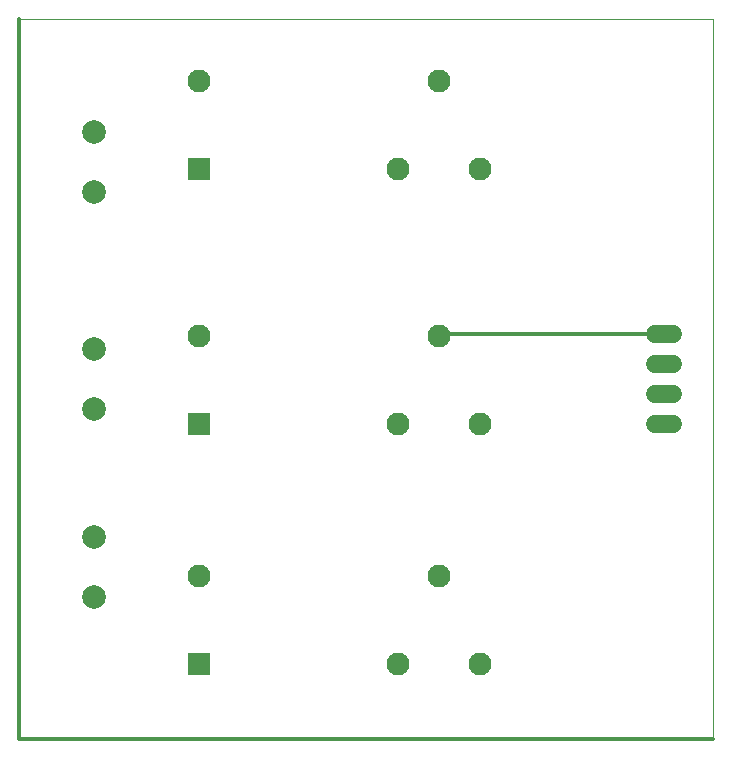
<source format=gbl>
G04 EAGLE Gerber RS-274X export*
G75*
%MOMM*%
%FSLAX34Y34*%
%LPD*%
%INBottom Layer*%
%IPPOS*%
%AMOC8*
5,1,8,0,0,1.08239X$1,22.5*%
G01*
%ADD10C,0.304800*%
%ADD11C,0.000000*%
%ADD12C,1.950000*%
%ADD13R,1.950000X1.950000*%
%ADD14C,1.508000*%
%ADD15C,2.000000*%


D10*
X0Y0D02*
X587250Y0D01*
D11*
X587250Y609500D01*
X0Y609500D01*
D10*
X0Y0D01*
D12*
X355400Y138500D03*
X320400Y63500D03*
X390400Y63500D03*
D13*
X152400Y63500D03*
D12*
X152400Y138500D03*
X355400Y557600D03*
X320400Y482600D03*
X390400Y482600D03*
D13*
X152400Y482600D03*
D12*
X152400Y557600D03*
X355400Y341700D03*
X320400Y266700D03*
X390400Y266700D03*
D13*
X152400Y266700D03*
D12*
X152400Y341700D03*
D14*
X538560Y342900D02*
X553640Y342900D01*
X553640Y317500D02*
X538560Y317500D01*
X538560Y292100D02*
X553640Y292100D01*
X553640Y266700D02*
X538560Y266700D01*
D15*
X63250Y120439D03*
X63250Y171239D03*
X63250Y463339D03*
X63250Y514139D03*
X63250Y279189D03*
X63250Y329989D03*
D10*
X356616Y342900D02*
X546100Y342900D01*
X356616Y342900D02*
X355400Y341700D01*
M02*

</source>
